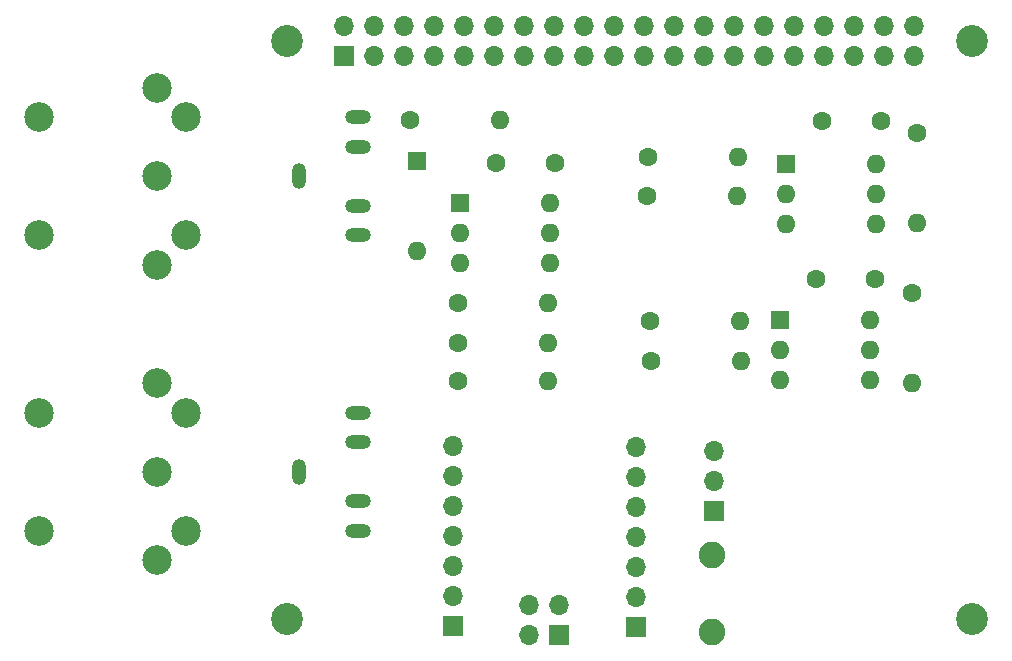
<source format=gbs>
G04 #@! TF.GenerationSoftware,KiCad,Pcbnew,(6.0.5)*
G04 #@! TF.CreationDate,2023-03-19T20:53:10+00:00*
G04 #@! TF.ProjectId,XiaoPiUSBMIDIDevice,5869616f-5069-4555-9342-4d4944494465,rev?*
G04 #@! TF.SameCoordinates,Original*
G04 #@! TF.FileFunction,Soldermask,Bot*
G04 #@! TF.FilePolarity,Negative*
%FSLAX46Y46*%
G04 Gerber Fmt 4.6, Leading zero omitted, Abs format (unit mm)*
G04 Created by KiCad (PCBNEW (6.0.5)) date 2023-03-19 20:53:10*
%MOMM*%
%LPD*%
G01*
G04 APERTURE LIST*
%ADD10C,2.700000*%
%ADD11R,1.700000X1.700000*%
%ADD12O,1.700000X1.700000*%
%ADD13O,2.200000X1.200000*%
%ADD14O,1.200000X2.200000*%
%ADD15C,1.600000*%
%ADD16O,1.600000X1.600000*%
%ADD17R,1.600000X1.600000*%
%ADD18C,2.250000*%
%ADD19C,2.499360*%
G04 APERTURE END LIST*
D10*
X203500000Y-97500000D03*
X261500000Y-97500000D03*
X203500000Y-146500000D03*
X261500000Y-146500000D03*
D11*
X226575000Y-147820000D03*
D12*
X224035000Y-147820000D03*
X226575000Y-145280000D03*
X224035000Y-145280000D03*
D13*
X209500000Y-129000000D03*
X209500000Y-131500000D03*
D14*
X204500000Y-134000000D03*
D13*
X209500000Y-139000000D03*
X209500000Y-136500000D03*
D15*
X234115000Y-107325000D03*
D16*
X241735000Y-107325000D03*
D15*
X226225000Y-107900000D03*
X221225000Y-107900000D03*
X253275000Y-117650000D03*
X248275000Y-117650000D03*
D17*
X218175000Y-111225000D03*
D16*
X218175000Y-113765000D03*
X218175000Y-116305000D03*
X225795000Y-116305000D03*
X225795000Y-113765000D03*
X225795000Y-111225000D03*
D17*
X245275000Y-121200000D03*
D16*
X245275000Y-123740000D03*
X245275000Y-126280000D03*
X252895000Y-126280000D03*
X252895000Y-123740000D03*
X252895000Y-121200000D03*
D11*
X233075000Y-147125000D03*
D12*
X233075000Y-144585000D03*
X233075000Y-142045000D03*
X233075000Y-139505000D03*
X233075000Y-136965000D03*
X233075000Y-134425000D03*
X233075000Y-131885000D03*
D15*
X213940000Y-104250000D03*
D16*
X221560000Y-104250000D03*
D15*
X217965000Y-123075000D03*
D16*
X225585000Y-123075000D03*
D18*
X239500000Y-147575000D03*
X239500000Y-141075000D03*
D15*
X256875000Y-105340000D03*
D16*
X256875000Y-112960000D03*
D13*
X209500000Y-104000000D03*
X209500000Y-106500000D03*
D14*
X204500000Y-109000000D03*
D13*
X209500000Y-114000000D03*
X209500000Y-111500000D03*
D15*
X256425000Y-118890000D03*
D16*
X256425000Y-126510000D03*
D15*
X233990000Y-110700000D03*
D16*
X241610000Y-110700000D03*
D15*
X217990000Y-126350000D03*
D16*
X225610000Y-126350000D03*
D15*
X218015000Y-119700000D03*
D16*
X225635000Y-119700000D03*
D15*
X253825000Y-104350000D03*
X248825000Y-104350000D03*
X234240000Y-121250000D03*
D16*
X241860000Y-121250000D03*
D11*
X217600000Y-147100000D03*
D12*
X217600000Y-144560000D03*
X217600000Y-142020000D03*
X217600000Y-139480000D03*
X217600000Y-136940000D03*
X217600000Y-134400000D03*
X217600000Y-131860000D03*
D15*
X234315000Y-124625000D03*
D16*
X241935000Y-124625000D03*
D17*
X214500000Y-107665000D03*
D16*
X214500000Y-115285000D03*
D11*
X239675000Y-137350000D03*
D12*
X239675000Y-134810000D03*
X239675000Y-132270000D03*
D17*
X245750000Y-107975000D03*
D16*
X245750000Y-110515000D03*
X245750000Y-113055000D03*
X253370000Y-113055000D03*
X253370000Y-110515000D03*
X253370000Y-107975000D03*
D11*
X208370000Y-98770000D03*
D12*
X208370000Y-96230000D03*
X210910000Y-98770000D03*
X210910000Y-96230000D03*
X213450000Y-98770000D03*
X213450000Y-96230000D03*
X215990000Y-98770000D03*
X215990000Y-96230000D03*
X218530000Y-98770000D03*
X218530000Y-96230000D03*
X221070000Y-98770000D03*
X221070000Y-96230000D03*
X223610000Y-98770000D03*
X223610000Y-96230000D03*
X226150000Y-98770000D03*
X226150000Y-96230000D03*
X228690000Y-98770000D03*
X228690000Y-96230000D03*
X231230000Y-98770000D03*
X231230000Y-96230000D03*
X233770000Y-98770000D03*
X233770000Y-96230000D03*
X236310000Y-98770000D03*
X236310000Y-96230000D03*
X238850000Y-98770000D03*
X238850000Y-96230000D03*
X241390000Y-98770000D03*
X241390000Y-96230000D03*
X243930000Y-98770000D03*
X243930000Y-96230000D03*
X246470000Y-98770000D03*
X246470000Y-96230000D03*
X249010000Y-98770000D03*
X249010000Y-96230000D03*
X251550000Y-98770000D03*
X251550000Y-96230000D03*
X254090000Y-98770000D03*
X254090000Y-96230000D03*
X256630000Y-98770000D03*
X256630000Y-96230000D03*
D19*
X182502300Y-103998740D03*
X182502300Y-114001260D03*
X192497200Y-101501920D03*
X192499740Y-109000000D03*
X192497200Y-116498080D03*
X194999100Y-104003820D03*
X194999100Y-113996180D03*
X182502300Y-139001260D03*
X182502300Y-128998740D03*
X192497200Y-126501920D03*
X192499740Y-134000000D03*
X192497200Y-141498080D03*
X194999100Y-129003820D03*
X194999100Y-138996180D03*
M02*

</source>
